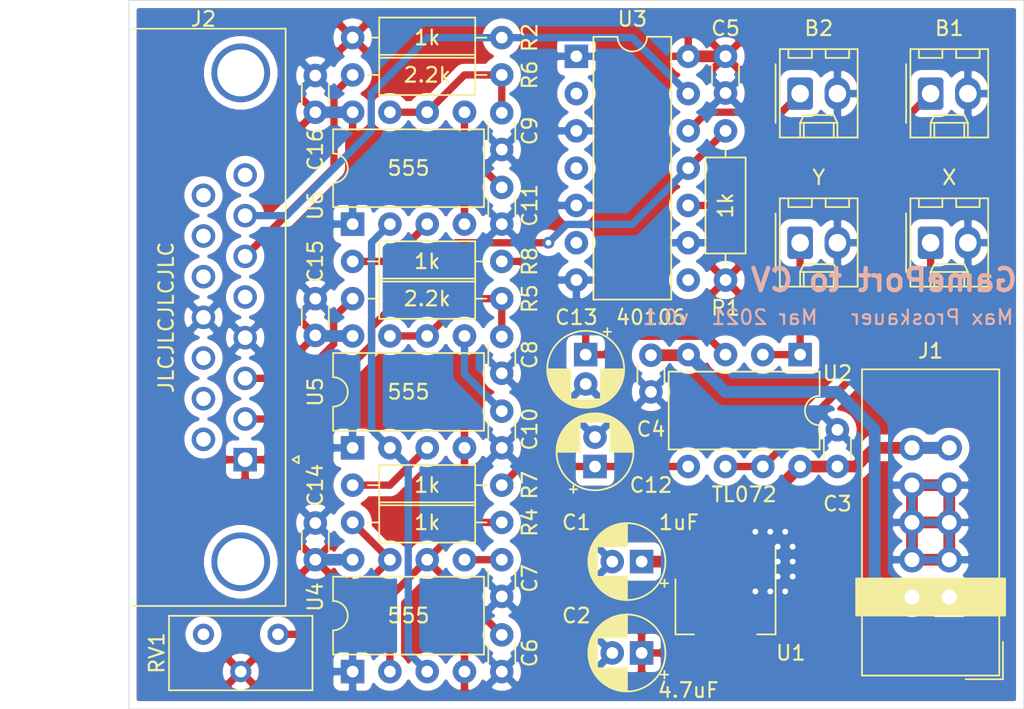
<source format=kicad_pcb>
(kicad_pcb (version 20171130) (host pcbnew "(5.1.4)-1")
  (title_block (title "GamePort to CV Module") (date 2021-03-19) (rev 0.1) (company "Max Proskauer"))
  (layers (0 F.Cu signal) (31 B.Cu signal) (34 B.Paste user) (35 F.Paste user) (36 B.SilkS user) (37 F.SilkS user) (38 B.Mask user) (39 F.Mask user) (44 Edge.Cuts user))
  (net 0 "")
  (net 1 GND)
  (net 2 +12V)
  (net 3 +5V)
  (net 4 -12V)
  (net 5 "Net-(J2-Pad15)")
  (net 6 "Net-(J2-Pad14)")
  (net 7 "Net-(J2-Pad11)")
  (net 8 "Net-(J2-Pad10)")
  (net 9 "Net-(J2-Pad9)")
  (net 10 "Net-(J2-Pad8)")
  (net 11 /~B2)
  (net 12 /Y)
  (net 13 "Net-(J2-Pad5)")
  (net 14 /X)
  (net 15 /~B1)
  (net 16 "Net-(J4-PadT)")
  (net 17 "Net-(J3-PadT)")
  (net 18 "Net-(U3-Pad6)")
  (net 19 "Net-(J6-PadT)")
  (net 20 "Net-(J5-PadT)")
  (net 21 "Net-(U3-Pad8)")
  (net 22 "Net-(C6-Pad1)")
  (net 23 "Net-(C7-Pad1)")
  (net 24 "Net-(C8-Pad1)")
  (net 25 "Net-(C9-Pad1)")
  (net 26 "Net-(C10-Pad1)")
  (net 27 "Net-(C11-Pad1)")
  (net 28 "Net-(C12-Pad1)")
  (net 29 "Net-(C13-Pad1)")
  (net 30 "Net-(J2-Pad13)")
  (net 31 "Net-(R7-Pad2)")
  (net 32 "Net-(R8-Pad2)")
  (net 33 /CLK)
  (net 34 "Net-(R4-Pad1)")
  (net 35 "Net-(RV1-Pad3)")
  (net 36 "Net-(U3-Pad2)")
  (net 37 "Net-(U3-Pad4)")
  (module Connector_Dsub:DSUB-15_Female_Horizontal_P2.77x2.84mm_EdgePinOffset4.94mm_Housed_MountingHolesOffset7.48mm (layer F.Cu) (at 114.6 92.245 270)
    (fp_text reference J2 (at -30.015 2.84 180) (layer F.SilkS))
    (fp_text value DB15_Female)
    (pad 0 thru_hole circle (at 6.955 0.3 270) (size 4 4) (drill 3.200001) (layers *.Cu *.Mask))
    (pad 0 thru_hole circle (at -26.345 0.3 270) (size 4 4) (drill 3.200001) (layers *.Cu *.Mask))
    (pad 15 thru_hole circle (at -18.005 2.84 270) (size 1.6 1.6) (drill 1) (layers *.Cu *.Mask) (net 5 "Net-(J2-Pad15)"))
    (pad 14 thru_hole circle (at -15.235 2.84 270) (size 1.6 1.6) (drill 1) (layers *.Cu *.Mask) (net 6 "Net-(J2-Pad14)"))
    (pad 13 thru_hole circle (at -12.465 2.84 270) (size 1.6 1.6) (drill 1) (layers *.Cu *.Mask) (net 30 "Net-(J2-Pad13)"))
    (pad 12 thru_hole circle (at -9.695 2.84 270) (size 1.6 1.6) (drill 1) (layers *.Cu *.Mask) (net 1 GND))
    (pad 11 thru_hole circle (at -6.925 2.84 270) (size 1.6 1.6) (drill 1) (layers *.Cu *.Mask) (net 7 "Net-(J2-Pad11)"))
    (pad 10 thru_hole circle (at -4.155 2.84 270) (size 1.6 1.6) (drill 1) (layers *.Cu *.Mask) (net 8 "Net-(J2-Pad10)"))
    (pad 9 thru_hole circle (at -1.385 2.84 270) (size 1.6 1.6) (drill 1) (layers *.Cu *.Mask) (net 9 "Net-(J2-Pad9)"))
    (pad 8 thru_hole circle (at -19.39 0 270) (size 1.6 1.6) (drill 1) (layers *.Cu *.Mask) (net 10 "Net-(J2-Pad8)"))
    (pad 7 thru_hole circle (at -16.62 0 270) (size 1.6 1.6) (drill 1) (layers *.Cu *.Mask) (net 11 /~B2))
    (pad 6 thru_hole circle (at -13.85 0 270) (size 1.6 1.6) (drill 1) (layers *.Cu *.Mask) (net 12 /Y))
    (pad 5 thru_hole circle (at -11.08 0 270) (size 1.6 1.6) (drill 1) (layers *.Cu *.Mask) (net 13 "Net-(J2-Pad5)"))
    (pad 4 thru_hole circle (at -8.31 0 270) (size 1.6 1.6) (drill 1) (layers *.Cu *.Mask) (net 1 GND))
    (pad 3 thru_hole circle (at -5.54 0 270) (size 1.6 1.6) (drill 1) (layers *.Cu *.Mask) (net 14 /X))
    (pad 2 thru_hole circle (at -2.77 0 270) (size 1.6 1.6) (drill 1) (layers *.Cu *.Mask) (net 15 /~B1))
    (pad 1 thru_hole rect (at 0 0 270) (size 1.6 1.6) (drill 1) (layers *.Cu *.Mask) (net 3 +5V))
  )
  (module Potentiometer_THT:Potentiometer_Bourns_3296Y_Vertical (layer F.Cu) (at 116.84 104.14)
    (fp_text reference RV1 (at -8.255 1.27 270) (layer F.SilkS))
    (fp_text value 200k)
    (pad 3 thru_hole circle (at -5.08 0) (size 1.44 1.44) (drill 0.8) (layers *.Cu *.Mask) (net 35 "Net-(RV1-Pad3)"))
    (pad 2 thru_hole circle (at -2.54 2.54) (size 1.44 1.44) (drill 0.8) (layers *.Cu *.Mask) (net 3 +5V))
    (pad 1 thru_hole circle (at 0 0) (size 1.44 1.44) (drill 0.8) (layers *.Cu *.Mask) (net 34 "Net-(R4-Pad1)"))
  )
  (module Capacitor_THT:C_Disc_D3.0mm_W1.6mm_P2.50mm (layer F.Cu) (at 119.38 66.08 270)
    (fp_text reference C16 (at 5.04 0 270) (layer F.SilkS))
    (fp_text value 0.1uF)
    (pad 2 thru_hole circle (at 2.5 0 270) (size 1.6 1.6) (drill 0.8) (layers *.Cu *.Mask) (net 3 +5V))
    (pad 1 thru_hole circle (at 0 0 270) (size 1.6 1.6) (drill 0.8) (layers *.Cu *.Mask) (net 1 GND))
  )
  (module Capacitor_THT:C_Disc_D3.0mm_W1.6mm_P2.50mm (layer F.Cu) (at 119.38 81.28 270)
    (fp_text reference C15 (at -2.54 0 90) (layer F.SilkS))
    (fp_text value 0.1uF)
    (pad 2 thru_hole circle (at 2.5 0 270) (size 1.6 1.6) (drill 0.8) (layers *.Cu *.Mask) (net 3 +5V))
    (pad 1 thru_hole circle (at 0 0 270) (size 1.6 1.6) (drill 0.8) (layers *.Cu *.Mask) (net 1 GND))
  )
  (module Capacitor_THT:C_Disc_D3.0mm_W1.6mm_P2.50mm (layer F.Cu) (at 119.38 96.56 270)
    (fp_text reference C14 (at -2.58 0 90) (layer F.SilkS))
    (fp_text value 0.1uF)
    (pad 2 thru_hole circle (at 2.5 0 270) (size 1.6 1.6) (drill 0.8) (layers *.Cu *.Mask) (net 3 +5V))
    (pad 1 thru_hole circle (at 0 0 270) (size 1.6 1.6) (drill 0.8) (layers *.Cu *.Mask) (net 1 GND))
  )
  (module Connector_IDC:IDC-Header_2x05_P2.54mm_Vertical (layer F.Cu) (at 162.56 101.6 180)
    (fp_text reference J1 (at 1.27 16.764) (layer F.SilkS))
    (fp_text value Conn_01x10)
    (pad 10 thru_hole oval (at 2.54 10.16 180) (size 1.7272 1.7272) (drill 1.016) (layers *.Cu *.Mask) (net 2 +12V))
    (pad 9 thru_hole oval (at 0 10.16 180) (size 1.7272 1.7272) (drill 1.016) (layers *.Cu *.Mask) (net 2 +12V))
    (pad 8 thru_hole oval (at 2.54 7.62 180) (size 1.7272 1.7272) (drill 1.016) (layers *.Cu *.Mask) (net 1 GND))
    (pad 7 thru_hole oval (at 0 7.62 180) (size 1.7272 1.7272) (drill 1.016) (layers *.Cu *.Mask) (net 1 GND))
    (pad 6 thru_hole oval (at 2.54 5.08 180) (size 1.7272 1.7272) (drill 1.016) (layers *.Cu *.Mask) (net 1 GND))
    (pad 5 thru_hole oval (at 0 5.08 180) (size 1.7272 1.7272) (drill 1.016) (layers *.Cu *.Mask) (net 1 GND))
    (pad 4 thru_hole oval (at 2.54 2.54 180) (size 1.7272 1.7272) (drill 1.016) (layers *.Cu *.Mask) (net 1 GND))
    (pad 3 thru_hole oval (at 0 2.54 180) (size 1.7272 1.7272) (drill 1.016) (layers *.Cu *.Mask) (net 1 GND))
    (pad 2 thru_hole oval (at 2.54 0 180) (size 1.7272 1.7272) (drill 1.016) (layers *.Cu *.Mask) (net 4 -12V))
    (pad 1 thru_hole rect (at 0 0 180) (size 1.7272 1.7272) (drill 1.016) (layers *.Cu *.Mask) (net 4 -12V))
  )
  (module Package_DIP:DIP-8_W7.62mm (layer F.Cu) (at 121.92 76.2 90)
    (fp_text reference U6 (at 1.27 -2.54 270) (layer F.SilkS))
    (fp_text value 555 (at 3.81 3.81 180) (layer F.SilkS))
    (pad 8 thru_hole oval (at 7.62 0 90) (size 1.6 1.6) (drill 0.8) (layers *.Cu *.Mask) (net 3 +5V))
    (pad 4 thru_hole oval (at 0 7.62 90) (size 1.6 1.6) (drill 0.8) (layers *.Cu *.Mask) (net 3 +5V))
    (pad 7 thru_hole oval (at 7.62 2.54 90) (size 1.6 1.6) (drill 0.8) (layers *.Cu *.Mask) (net 25 "Net-(C9-Pad1)"))
    (pad 3 thru_hole oval (at 0 5.08 90) (size 1.6 1.6) (drill 0.8) (layers *.Cu *.Mask) (net 32 "Net-(R8-Pad2)"))
    (pad 6 thru_hole oval (at 7.62 5.08 90) (size 1.6 1.6) (drill 0.8) (layers *.Cu *.Mask) (net 25 "Net-(C9-Pad1)"))
    (pad 2 thru_hole oval (at 0 2.54 90) (size 1.6 1.6) (drill 0.8) (layers *.Cu *.Mask) (net 33 /CLK))
    (pad 5 thru_hole oval (at 7.62 7.62 90) (size 1.6 1.6) (drill 0.8) (layers *.Cu *.Mask) (net 27 "Net-(C11-Pad1)"))
    (pad 1 thru_hole rect (at 0 0 90) (size 1.6 1.6) (drill 0.8) (layers *.Cu *.Mask) (net 1 GND))
  )
  (module Package_DIP:DIP-8_W7.62mm (layer F.Cu) (at 121.92 91.44 90)
    (fp_text reference U5 (at 3.81 -2.54 270) (layer F.SilkS))
    (fp_text value 555 (at 3.81 3.81 180) (layer F.SilkS))
    (pad 8 thru_hole oval (at 7.62 0 90) (size 1.6 1.6) (drill 0.8) (layers *.Cu *.Mask) (net 3 +5V))
    (pad 4 thru_hole oval (at 0 7.62 90) (size 1.6 1.6) (drill 0.8) (layers *.Cu *.Mask) (net 3 +5V))
    (pad 7 thru_hole oval (at 7.62 2.54 90) (size 1.6 1.6) (drill 0.8) (layers *.Cu *.Mask) (net 24 "Net-(C8-Pad1)"))
    (pad 3 thru_hole oval (at 0 5.08 90) (size 1.6 1.6) (drill 0.8) (layers *.Cu *.Mask) (net 31 "Net-(R7-Pad2)"))
    (pad 6 thru_hole oval (at 7.62 5.08 90) (size 1.6 1.6) (drill 0.8) (layers *.Cu *.Mask) (net 24 "Net-(C8-Pad1)"))
    (pad 2 thru_hole oval (at 0 2.54 90) (size 1.6 1.6) (drill 0.8) (layers *.Cu *.Mask) (net 33 /CLK))
    (pad 5 thru_hole oval (at 7.62 7.62 90) (size 1.6 1.6) (drill 0.8) (layers *.Cu *.Mask) (net 26 "Net-(C10-Pad1)"))
    (pad 1 thru_hole rect (at 0 0 90) (size 1.6 1.6) (drill 0.8) (layers *.Cu *.Mask) (net 1 GND))
  )
  (module Package_DIP:DIP-8_W7.62mm (layer F.Cu) (at 121.92 106.68 90)
    (fp_text reference U4 (at 5.08 -2.54 270) (layer F.SilkS))
    (fp_text value 555 (at 3.81 3.81 180) (layer F.SilkS))
    (pad 8 thru_hole oval (at 7.62 0 90) (size 1.6 1.6) (drill 0.8) (layers *.Cu *.Mask) (net 3 +5V))
    (pad 4 thru_hole oval (at 0 7.62 90) (size 1.6 1.6) (drill 0.8) (layers *.Cu *.Mask) (net 3 +5V))
    (pad 7 thru_hole oval (at 7.62 2.54 90) (size 1.6 1.6) (drill 0.8) (layers *.Cu *.Mask) (net 34 "Net-(R4-Pad1)"))
    (pad 3 thru_hole oval (at 0 5.08 90) (size 1.6 1.6) (drill 0.8) (layers *.Cu *.Mask) (net 33 /CLK))
    (pad 6 thru_hole oval (at 7.62 5.08 90) (size 1.6 1.6) (drill 0.8) (layers *.Cu *.Mask) (net 22 "Net-(C6-Pad1)"))
    (pad 2 thru_hole oval (at 0 2.54 90) (size 1.6 1.6) (drill 0.8) (layers *.Cu *.Mask) (net 22 "Net-(C6-Pad1)"))
    (pad 5 thru_hole oval (at 7.62 7.62 90) (size 1.6 1.6) (drill 0.8) (layers *.Cu *.Mask) (net 23 "Net-(C7-Pad1)"))
    (pad 1 thru_hole rect (at 0 0 90) (size 1.6 1.6) (drill 0.8) (layers *.Cu *.Mask) (net 1 GND))
  )
  (module Resistor_THT:R_Axial_DIN0207_L6.3mm_D2.5mm_P10.16mm_Horizontal (layer F.Cu) (at 132.08 78.74 180)
    (fp_text reference R8 (at -1.905 0 90) (layer F.SilkS))
    (fp_text value 1k (at 5.08 0) (layer F.SilkS))
    (pad 2 thru_hole oval (at 10.16 0 180) (size 1.6 1.6) (drill 0.8) (layers *.Cu *.Mask) (net 32 "Net-(R8-Pad2)"))
    (pad 1 thru_hole circle (at 0 0 180) (size 1.6 1.6) (drill 0.8) (layers *.Cu *.Mask) (net 29 "Net-(C13-Pad1)"))
  )
  (module Resistor_THT:R_Axial_DIN0207_L6.3mm_D2.5mm_P10.16mm_Horizontal (layer F.Cu) (at 132.08 93.98 180)
    (fp_text reference R7 (at -1.905 0 90) (layer F.SilkS))
    (fp_text value 1k (at 5.08 0) (layer F.SilkS))
    (pad 2 thru_hole oval (at 10.16 0 180) (size 1.6 1.6) (drill 0.8) (layers *.Cu *.Mask) (net 31 "Net-(R7-Pad2)"))
    (pad 1 thru_hole circle (at 0 0 180) (size 1.6 1.6) (drill 0.8) (layers *.Cu *.Mask) (net 28 "Net-(C12-Pad1)"))
  )
  (module Resistor_THT:R_Axial_DIN0207_L6.3mm_D2.5mm_P10.16mm_Horizontal (layer F.Cu) (at 121.92 66.04)
    (fp_text reference R6 (at 12.065 0 90) (layer F.SilkS))
    (fp_text value 2.2k (at 5.08 0) (layer F.SilkS))
    (pad 2 thru_hole oval (at 10.16 0) (size 1.6 1.6) (drill 0.8) (layers *.Cu *.Mask) (net 25 "Net-(C9-Pad1)"))
    (pad 1 thru_hole circle (at 0 0) (size 1.6 1.6) (drill 0.8) (layers *.Cu *.Mask) (net 12 /Y))
  )
  (module Resistor_THT:R_Axial_DIN0207_L6.3mm_D2.5mm_P10.16mm_Horizontal (layer F.Cu) (at 121.92 81.28)
    (fp_text reference R5 (at 12.065 0 90) (layer F.SilkS))
    (fp_text value 2.2k (at 5.08 0) (layer F.SilkS))
    (pad 2 thru_hole oval (at 10.16 0) (size 1.6 1.6) (drill 0.8) (layers *.Cu *.Mask) (net 24 "Net-(C8-Pad1)"))
    (pad 1 thru_hole circle (at 0 0) (size 1.6 1.6) (drill 0.8) (layers *.Cu *.Mask) (net 14 /X))
  )
  (module Resistor_THT:R_Axial_DIN0207_L6.3mm_D2.5mm_P10.16mm_Horizontal (layer F.Cu) (at 121.92 96.52)
    (fp_text reference R4 (at 12.065 0 90) (layer F.SilkS))
    (fp_text value 1k (at 5.08 0) (layer F.SilkS))
    (pad 2 thru_hole oval (at 10.16 0) (size 1.6 1.6) (drill 0.8) (layers *.Cu *.Mask) (net 22 "Net-(C6-Pad1)"))
    (pad 1 thru_hole circle (at 0 0) (size 1.6 1.6) (drill 0.8) (layers *.Cu *.Mask) (net 34 "Net-(R4-Pad1)"))
  )
  (module Resistor_THT:R_Axial_DIN0207_L6.3mm_D2.5mm_P10.16mm_Horizontal (layer F.Cu) (at 121.92 63.5)
    (fp_text reference R2 (at 12.065 0 90) (layer F.SilkS))
    (fp_text value 1k (at 5.08 0) (layer F.SilkS))
    (pad 2 thru_hole oval (at 10.16 0) (size 1.6 1.6) (drill 0.8) (layers *.Cu *.Mask) (net 11 /~B2))
    (pad 1 thru_hole circle (at 0 0) (size 1.6 1.6) (drill 0.8) (layers *.Cu *.Mask) (net 3 +5V))
  )
  (module Resistor_THT:R_Axial_DIN0207_L6.3mm_D2.5mm_P10.16mm_Horizontal (layer F.Cu) (at 147.32 80.01 90)
    (fp_text reference R1 (at -1.905 0 180) (layer F.SilkS))
    (fp_text value 1k (at 5.08 0 90) (layer F.SilkS))
    (pad 2 thru_hole oval (at 10.16 0 90) (size 1.6 1.6) (drill 0.8) (layers *.Cu *.Mask) (net 15 /~B1))
    (pad 1 thru_hole circle (at 0 0 90) (size 1.6 1.6) (drill 0.8) (layers *.Cu *.Mask) (net 3 +5V))
  )
  (module Capacitor_THT:CP_Radial_D5.0mm_P2.00mm (layer F.Cu) (at 137.795 85.09 270)
    (fp_text reference C13 (at -2.54 0.635) (layer F.SilkS))
    (fp_text value 10uF)
    (pad 2 thru_hole circle (at 2 0 270) (size 1.6 1.6) (drill 0.8) (layers *.Cu *.Mask) (net 1 GND))
    (pad 1 thru_hole rect (at 0 0 270) (size 1.6 1.6) (drill 0.8) (layers *.Cu *.Mask) (net 29 "Net-(C13-Pad1)"))
  )
  (module Capacitor_THT:CP_Radial_D5.0mm_P2.00mm (layer F.Cu) (at 138.43 92.71 90)
    (fp_text reference C12 (at -1.27 3.81 180) (layer F.SilkS))
    (fp_text value 10uF)
    (pad 2 thru_hole circle (at 2 0 90) (size 1.6 1.6) (drill 0.8) (layers *.Cu *.Mask) (net 1 GND))
    (pad 1 thru_hole rect (at 0 0 90) (size 1.6 1.6) (drill 0.8) (layers *.Cu *.Mask) (net 28 "Net-(C12-Pad1)"))
  )
  (module Capacitor_THT:C_Disc_D3.0mm_W1.6mm_P2.50mm (layer F.Cu) (at 132.08 73.7 270)
    (fp_text reference C11 (at 1.23 -1.905 90) (layer F.SilkS))
    (fp_text value 10nF)
    (pad 2 thru_hole circle (at 2.5 0 270) (size 1.6 1.6) (drill 0.8) (layers *.Cu *.Mask) (net 1 GND))
    (pad 1 thru_hole circle (at 0 0 270) (size 1.6 1.6) (drill 0.8) (layers *.Cu *.Mask) (net 27 "Net-(C11-Pad1)"))
  )
  (module Capacitor_THT:C_Disc_D3.0mm_W1.6mm_P2.50mm (layer F.Cu) (at 132.08 88.94 270)
    (fp_text reference C10 (at 1.23 -1.905 90) (layer F.SilkS))
    (fp_text value 10nF)
    (pad 2 thru_hole circle (at 2.5 0 270) (size 1.6 1.6) (drill 0.8) (layers *.Cu *.Mask) (net 1 GND))
    (pad 1 thru_hole circle (at 0 0 270) (size 1.6 1.6) (drill 0.8) (layers *.Cu *.Mask) (net 26 "Net-(C10-Pad1)"))
  )
  (module Capacitor_THT:C_Disc_D3.0mm_W1.6mm_P2.50mm (layer F.Cu) (at 132.08 68.62 270)
    (fp_text reference C9 (at 1.23 -1.905 90) (layer F.SilkS))
    (fp_text value 10nF)
    (pad 2 thru_hole circle (at 2.5 0 270) (size 1.6 1.6) (drill 0.8) (layers *.Cu *.Mask) (net 1 GND))
    (pad 1 thru_hole circle (at 0 0 270) (size 1.6 1.6) (drill 0.8) (layers *.Cu *.Mask) (net 25 "Net-(C9-Pad1)"))
  )
  (module Capacitor_THT:C_Disc_D3.0mm_W1.6mm_P2.50mm (layer F.Cu) (at 132.08 83.86 270)
    (fp_text reference C8 (at 1.23 -1.905 90) (layer F.SilkS))
    (fp_text value 10nF)
    (pad 2 thru_hole circle (at 2.5 0 270) (size 1.6 1.6) (drill 0.8) (layers *.Cu *.Mask) (net 1 GND))
    (pad 1 thru_hole circle (at 0 0 270) (size 1.6 1.6) (drill 0.8) (layers *.Cu *.Mask) (net 24 "Net-(C8-Pad1)"))
  )
  (module Capacitor_THT:C_Disc_D3.0mm_W1.6mm_P2.50mm (layer F.Cu) (at 132.08 99.06 270)
    (fp_text reference C7 (at 1.27 -1.905 90) (layer F.SilkS))
    (fp_text value 10nF)
    (pad 2 thru_hole circle (at 2.5 0 270) (size 1.6 1.6) (drill 0.8) (layers *.Cu *.Mask) (net 1 GND))
    (pad 1 thru_hole circle (at 0 0 270) (size 1.6 1.6) (drill 0.8) (layers *.Cu *.Mask) (net 23 "Net-(C7-Pad1)"))
  )
  (module Capacitor_THT:C_Disc_D3.0mm_W1.6mm_P2.50mm (layer F.Cu) (at 132.08 104.18 270)
    (fp_text reference C6 (at 1.23 -1.905 90) (layer F.SilkS))
    (fp_text value 10nF)
    (pad 2 thru_hole circle (at 2.5 0 270) (size 1.6 1.6) (drill 0.8) (layers *.Cu *.Mask) (net 1 GND))
    (pad 1 thru_hole circle (at 0 0 270) (size 1.6 1.6) (drill 0.8) (layers *.Cu *.Mask) (net 22 "Net-(C6-Pad1)"))
  )
  (module Capacitor_THT:CP_Radial_D5.0mm_P2.00mm (layer F.Cu) (at 141.605 105.41 180)
    (fp_text reference C2 (at 4.445 2.54) (layer F.SilkS))
    (fp_text value 4.7uF (at -3.175 -2.54) (layer F.SilkS))
    (pad 2 thru_hole circle (at 2 0 180) (size 1.6 1.6) (drill 0.8) (layers *.Cu *.Mask) (net 1 GND))
    (pad 1 thru_hole rect (at 0 0 180) (size 1.6 1.6) (drill 0.8) (layers *.Cu *.Mask) (net 3 +5V))
  )
  (module Capacitor_THT:CP_Radial_D5.0mm_P2.00mm (layer F.Cu) (at 141.605 99.187 180)
    (fp_text reference C1 (at 4.445 2.667) (layer F.SilkS))
    (fp_text value 1uF (at -2.54 2.667) (layer F.SilkS))
    (pad 2 thru_hole circle (at 2 0 180) (size 1.6 1.6) (drill 0.8) (layers *.Cu *.Mask) (net 1 GND))
    (pad 1 thru_hole rect (at 0 0 180) (size 1.6 1.6) (drill 0.8) (layers *.Cu *.Mask) (net 2 +12V))
  )
  (module Package_DIP:DIP-14_W7.62mm (layer F.Cu) (at 137.16 64.77)
    (fp_text reference U3 (at 3.81 -2.54) (layer F.SilkS))
    (fp_text value 40106 (at 5.08 17.78) (layer F.SilkS))
    (pad 14 thru_hole oval (at 7.62 0) (size 1.6 1.6) (drill 0.8) (layers *.Cu *.Mask) (net 3 +5V))
    (pad 7 thru_hole oval (at 0 15.24) (size 1.6 1.6) (drill 0.8) (layers *.Cu *.Mask) (net 1 GND))
    (pad 13 thru_hole oval (at 7.62 2.54) (size 1.6 1.6) (drill 0.8) (layers *.Cu *.Mask) (net 11 /~B2))
    (pad 6 thru_hole oval (at 0 12.7) (size 1.6 1.6) (drill 0.8) (layers *.Cu *.Mask) (net 18 "Net-(U3-Pad6)"))
    (pad 12 thru_hole oval (at 7.62 5.08) (size 1.6 1.6) (drill 0.8) (layers *.Cu *.Mask) (net 19 "Net-(J6-PadT)"))
    (pad 5 thru_hole oval (at 0 10.16) (size 1.6 1.6) (drill 0.8) (layers *.Cu *.Mask) (net 1 GND))
    (pad 11 thru_hole oval (at 7.62 7.62) (size 1.6 1.6) (drill 0.8) (layers *.Cu *.Mask) (net 15 /~B1))
    (pad 4 thru_hole oval (at 0 7.62) (size 1.6 1.6) (drill 0.8) (layers *.Cu *.Mask) (net 37 "Net-(U3-Pad4)"))
    (pad 10 thru_hole oval (at 7.62 10.16) (size 1.6 1.6) (drill 0.8) (layers *.Cu *.Mask) (net 20 "Net-(J5-PadT)"))
    (pad 3 thru_hole oval (at 0 5.08) (size 1.6 1.6) (drill 0.8) (layers *.Cu *.Mask) (net 1 GND))
    (pad 9 thru_hole oval (at 7.62 12.7) (size 1.6 1.6) (drill 0.8) (layers *.Cu *.Mask) (net 1 GND))
    (pad 2 thru_hole oval (at 0 2.54) (size 1.6 1.6) (drill 0.8) (layers *.Cu *.Mask) (net 36 "Net-(U3-Pad2)"))
    (pad 8 thru_hole oval (at 7.62 15.24) (size 1.6 1.6) (drill 0.8) (layers *.Cu *.Mask) (net 21 "Net-(U3-Pad8)"))
    (pad 1 thru_hole rect (at 0 0) (size 1.6 1.6) (drill 0.8) (layers *.Cu *.Mask) (net 1 GND))
  )
  (module Package_DIP:DIP-8_W7.62mm (layer F.Cu) (at 152.4 85.09 270)
    (fp_text reference U2 (at 1.27 -2.54) (layer F.SilkS))
    (fp_text value TL072 (at 9.525 3.81) (layer F.SilkS))
    (pad 8 thru_hole oval (at 7.62 0 270) (size 1.6 1.6) (drill 0.8) (layers *.Cu *.Mask) (net 2 +12V))
    (pad 4 thru_hole oval (at 0 7.62 270) (size 1.6 1.6) (drill 0.8) (layers *.Cu *.Mask) (net 4 -12V))
    (pad 7 thru_hole oval (at 7.62 2.54 270) (size 1.6 1.6) (drill 0.8) (layers *.Cu *.Mask) (net 17 "Net-(J3-PadT)"))
    (pad 3 thru_hole oval (at 0 5.08 270) (size 1.6 1.6) (drill 0.8) (layers *.Cu *.Mask) (net 29 "Net-(C13-Pad1)"))
    (pad 6 thru_hole oval (at 7.62 5.08 270) (size 1.6 1.6) (drill 0.8) (layers *.Cu *.Mask) (net 17 "Net-(J3-PadT)"))
    (pad 2 thru_hole oval (at 0 2.54 270) (size 1.6 1.6) (drill 0.8) (layers *.Cu *.Mask) (net 16 "Net-(J4-PadT)"))
    (pad 5 thru_hole oval (at 7.62 7.62 270) (size 1.6 1.6) (drill 0.8) (layers *.Cu *.Mask) (net 28 "Net-(C12-Pad1)"))
    (pad 1 thru_hole rect (at 0 0 270) (size 1.6 1.6) (drill 0.8) (layers *.Cu *.Mask) (net 16 "Net-(J4-PadT)"))
  )
  (module Package_TO_SOT_SMD:SOT-223-3_TabPin2 (layer F.Cu) (at 147.32 102.235 270)
    (fp_text reference U1 (at 3.175 -4.445 180) (layer F.SilkS))
    (fp_text value LDL1117S50R)
    (pad 1 smd rect (at -3.15 -2.3 270) (size 2 1.5) (layers F.Cu F.Paste F.Mask) (net 1 GND))
    (pad 3 smd rect (at -3.15 2.3 270) (size 2 1.5) (layers F.Cu F.Paste F.Mask) (net 2 +12V))
    (pad 2 smd rect (at -3.15 0 270) (size 2 1.5) (layers F.Cu F.Paste F.Mask) (net 3 +5V))
    (pad 2 smd rect (at 3.15 0 270) (size 2 3.8) (layers F.Cu F.Paste F.Mask) (net 3 +5V))
  )
  (module Connector_Molex:Molex_KK-254_AE-6410-02A_1x02_P2.54mm_Vertical (layer F.Cu) (at 152.4 67.31)
    (fp_text reference J6 hide)
    (fp_text value B2 (at 1.27 -4.445) (layer F.SilkS))
    (pad T thru_hole roundrect (at 0 0) (size 1.74 2.2) (drill 1.2) (layers *.Cu *.Mask) (roundrect_rratio 0.144) (net 19 "Net-(J6-PadT)"))
    (pad S thru_hole oval (at 2.54 0) (size 1.74 2.2) (drill 1.2) (layers *.Cu *.Mask) (net 1 GND))
  )
  (module Connector_Molex:Molex_KK-254_AE-6410-02A_1x02_P2.54mm_Vertical (layer F.Cu) (at 161.29 67.31)
    (fp_text reference J5 hide)
    (fp_text value B1 (at 1.27 -4.445) (layer F.SilkS))
    (pad T thru_hole roundrect (at 0 0) (size 1.74 2.2) (drill 1.2) (layers *.Cu *.Mask) (roundrect_rratio 0.144) (net 20 "Net-(J5-PadT)"))
    (pad S thru_hole oval (at 2.54 0) (size 1.74 2.2) (drill 1.2) (layers *.Cu *.Mask) (net 1 GND))
  )
  (module Connector_Molex:Molex_KK-254_AE-6410-02A_1x02_P2.54mm_Vertical (layer F.Cu) (at 152.4 77.47)
    (fp_text reference J4 hide)
    (fp_text value Y (at 1.27 -4.445) (layer F.SilkS))
    (pad T thru_hole roundrect (at 0 0) (size 1.74 2.2) (drill 1.2) (layers *.Cu *.Mask) (roundrect_rratio 0.144) (net 16 "Net-(J4-PadT)"))
    (pad S thru_hole oval (at 2.54 0) (size 1.74 2.2) (drill 1.2) (layers *.Cu *.Mask) (net 1 GND))
  )
  (module Connector_Molex:Molex_KK-254_AE-6410-02A_1x02_P2.54mm_Vertical (layer F.Cu) (at 161.29 77.47)
    (fp_text reference J3 hide)
    (fp_text value X (at 1.27 -4.445) (layer F.SilkS))
    (pad T thru_hole roundrect (at 0 0) (size 1.74 2.2) (drill 1.2) (layers *.Cu *.Mask) (roundrect_rratio 0.144) (net 17 "Net-(J3-PadT)"))
    (pad S thru_hole oval (at 2.54 0) (size 1.74 2.2) (drill 1.2) (layers *.Cu *.Mask) (net 1 GND))
  )
  (module Capacitor_THT:C_Disc_D3.0mm_W1.6mm_P2.50mm (layer F.Cu) (at 147.32 64.77 270)
    (fp_text reference C5 (at -1.905 0) (layer F.SilkS))
    (fp_text value 0.1uF)
    (pad 2 thru_hole circle (at 2.5 0 270) (size 1.6 1.6) (drill 0.8) (layers *.Cu *.Mask) (net 1 GND))
    (pad 1 thru_hole circle (at 0 0 270) (size 1.6 1.6) (drill 0.8) (layers *.Cu *.Mask) (net 3 +5V))
  )
  (module Capacitor_THT:C_Disc_D3.0mm_W1.6mm_P2.50mm (layer F.Cu) (at 142.24 87.63 90)
    (fp_text reference C4 (at -2.54 0 180) (layer F.SilkS))
    (fp_text value 0.1uF)
    (pad 2 thru_hole circle (at 2.5 0 90) (size 1.6 1.6) (drill 0.8) (layers *.Cu *.Mask) (net 4 -12V))
    (pad 1 thru_hole circle (at 0 0 90) (size 1.6 1.6) (drill 0.8) (layers *.Cu *.Mask) (net 1 GND))
  )
  (module Capacitor_THT:C_Disc_D3.0mm_W1.6mm_P2.50mm (layer F.Cu) (at 154.94 92.71 90)
    (fp_text reference C3 (at -2.54 0 180) (layer F.SilkS))
    (fp_text value 0.1uF)
    (pad 2 thru_hole circle (at 2.5 0 90) (size 1.6 1.6) (drill 0.8) (layers *.Cu *.Mask) (net 1 GND))
    (pad 1 thru_hole circle (at 0 0 90) (size 1.6 1.6) (drill 0.8) (layers *.Cu *.Mask) (net 2 +12V))
  )
  (gr_text JLCJLCJLCJLC (at 109.22 82.55 90) (layer F.SilkS) (effects (font (size 1 1))))
  (gr_text "GamePort to CV" (at 158.115 80.01) (layer B.SilkS) (effects (font (size 1.5 1.5) (thickness 0.3)) (justify mirror)))
  (gr_text "Max Proskauer   Mar 2021  v0.1" (at 154.305 82.55) (layer B.SilkS) (effects (font (size 1 1)) (justify mirror)))
  (gr_poly (pts (xy 148.844 101.727) (xy 152.4 101.727) (xy 152.4 96.647) (xy 148.844 96.647)) (layer F.Cu) (width 0.1))
  (gr_poly (pts (xy 156.21 102.87) (xy 156.21 100.33) (xy 166.37 100.33) (xy 166.37 102.87)) (layer F.SilkS) (width 0.1))
  (gr_line (start 167.64 60.96) (end 106.68 60.96) (layer Edge.Cuts) (width 0.05))
  (gr_line (start 167.64 109.22) (end 167.64 60.96) (layer Edge.Cuts) (width 0.05))
  (gr_line (start 106.68 109.22) (end 167.64 109.22) (layer Edge.Cuts) (width 0.05))
  (gr_line (start 106.68 60.96) (end 106.68 109.22) (layer Edge.Cuts) (width 0.05))
  (segment (start 162.56 91.44) (end 160.02 91.44) (width 0.8) (layer B.Cu) (net 2))
  (segment (start 162.56 101.6) (end 160.02 101.6) (width 0.8) (layer F.Cu) (net 4))
  (via (at 150.368 97.155) (size 0.8) (drill 0.4) (layers F.Cu B.Cu) (net 1))
  (via (at 150.368 101.219) (size 0.8) (drill 0.4) (layers F.Cu B.Cu) (net 1))
  (via (at 149.352 101.219) (size 0.8) (drill 0.4) (layers F.Cu B.Cu) (net 1))
  (via (at 150.876 98.171) (size 0.8) (drill 0.4) (layers F.Cu B.Cu) (net 1))
  (via (at 150.876 99.187) (size 0.8) (drill 0.4) (layers F.Cu B.Cu) (net 1))
  (via (at 151.384 101.219) (size 0.8) (drill 0.4) (layers F.Cu B.Cu) (net 1))
  (segment (start 151.282 99.085) (end 151.384 99.187) (width 0.8) (layer F.Cu) (net 1))
  (segment (start 149.62 99.085) (end 151.282 99.085) (width 0.8) (layer F.Cu) (net 1))
  (via (at 150.876 100.203) (size 0.8) (drill 0.4) (layers F.Cu B.Cu) (net 1))
  (via (at 149.352 97.155) (size 0.8) (drill 0.4) (layers F.Cu B.Cu) (net 1))
  (via (at 151.384 97.155) (size 0.8) (drill 0.4) (layers F.Cu B.Cu) (net 1))
  (via (at 151.892 100.203) (size 0.8) (drill 0.4) (layers F.Cu B.Cu) (net 1))
  (via (at 151.892 98.171) (size 0.8) (drill 0.4) (layers F.Cu B.Cu) (net 1))
  (segment (start 151.384 99.187) (end 151.384 99.187) (width 0.8) (layer F.Cu) (net 1))
  (via (at 151.892 99.187) (size 0.8) (drill 0.4) (layers F.Cu B.Cu) (net 1))
  (segment (start 160.02 93.98) (end 162.56 93.98) (width 0.8) (layer F.Cu) (net 1))
  (segment (start 162.56 93.98) (end 162.56 96.52) (width 0.8) (layer F.Cu) (net 1))
  (segment (start 162.56 96.52) (end 162.56 99.06) (width 0.8) (layer F.Cu) (net 1))
  (segment (start 162.56 99.06) (end 160.02 99.06) (width 0.8) (layer F.Cu) (net 1))
  (segment (start 160.02 99.06) (end 160.02 96.52) (width 0.8) (layer F.Cu) (net 1))
  (segment (start 160.02 96.52) (end 160.02 93.98) (width 0.8) (layer F.Cu) (net 1))
  (segment (start 160.02 96.52) (end 162.56 96.52) (width 0.8) (layer F.Cu) (net 1))
  (segment (start 144.918 99.187) (end 145.02 99.085) (width 0.8) (layer F.Cu) (net 2))
  (segment (start 141.605 99.187) (end 144.918 99.187) (width 0.8) (layer F.Cu) (net 2))
  (segment (start 162.56 91.44) (end 160.02 91.44) (width 0.8) (layer F.Cu) (net 2))
  (segment (start 152.4 92.71) (end 149.86 95.25) (width 0.8) (layer F.Cu) (net 2))
  (segment (start 145.02 97.285) (end 145.02 99.085) (width 0.8) (layer F.Cu) (net 2))
  (segment (start 147.055 95.25) (end 145.02 97.285) (width 0.8) (layer F.Cu) (net 2))
  (segment (start 149.86 95.25) (end 147.055 95.25) (width 0.8) (layer F.Cu) (net 2))
  (segment (start 153.53137 92.71) (end 152.4 92.71) (width 0.8) (layer F.Cu) (net 2))
  (segment (start 154.94 92.71) (end 153.53137 92.71) (width 0.8) (layer F.Cu) (net 2))
  (segment (start 154.94 92.71) (end 156.21 92.71) (width 0.8) (layer F.Cu) (net 2))
  (segment (start 156.21 92.71) (end 157.48 91.44) (width 0.8) (layer F.Cu) (net 2))
  (segment (start 162.56 91.44) (end 157.48 91.44) (width 0.8) (layer F.Cu) (net 2))
  (segment (start 147.32 105.385) (end 147.32 106.807) (width 0.8) (layer F.Cu) (net 3))
  (segment (start 147.32 105.385) (end 144.882 105.385) (width 0.8) (layer F.Cu) (net 3))
  (segment (start 147.32 105.385) (end 149.758 105.385) (width 0.8) (layer F.Cu) (net 3))
  (segment (start 147.32 99.085) (end 147.32 105.385) (width 0.8) (layer F.Cu) (net 3))
  (segment (start 147.32 99.085) (end 147.32 97.663) (width 0.8) (layer F.Cu) (net 3))
  (segment (start 119.38 99.06) (end 121.92 99.06) (width 0.8) (layer B.Cu) (net 3))
  (segment (start 119.38 83.82) (end 121.92 83.82) (width 0.8) (layer B.Cu) (net 3))
  (segment (start 119.38 68.58) (end 121.92 68.58) (width 0.8) (layer B.Cu) (net 3))
  (segment (start 147.32 64.77) (end 144.78 64.77) (width 0.8) (layer F.Cu) (net 3))
  (segment (start 144.74 85.13) (end 144.78 85.09) (width 0.8) (layer F.Cu) (net 4))
  (segment (start 142.24 85.13) (end 144.74 85.13) (width 0.8) (layer F.Cu) (net 4))
  (segment (start 147.32 87.63) (end 144.78 85.09) (width 0.8) (layer B.Cu) (net 4))
  (segment (start 154.94 87.63) (end 147.32 87.63) (width 0.8) (layer B.Cu) (net 4))
  (segment (start 157.48 90.17) (end 154.94 87.63) (width 0.8) (layer B.Cu) (net 4))
  (segment (start 157.48 100.33) (end 157.48 90.17) (width 0.8) (layer B.Cu) (net 4))
  (segment (start 160.02 101.6) (end 158.75 101.6) (width 0.8) (layer B.Cu) (net 4))
  (segment (start 158.75 101.6) (end 157.48 100.33) (width 0.8) (layer B.Cu) (net 4))
  (segment (start 162.56 101.6) (end 160.02 101.6) (width 0.8) (layer B.Cu) (net 4))
  (segment (start 130.94863 63.5) (end 132.08 63.5) (width 0.5) (layer B.Cu) (net 11))
  (segment (start 127 63.5) (end 130.94863 63.5) (width 0.5) (layer B.Cu) (net 11))
  (segment (start 123.19 67.31) (end 127 63.5) (width 0.5) (layer B.Cu) (net 11))
  (segment (start 123.19 69.85) (end 123.19 67.31) (width 0.5) (layer B.Cu) (net 11))
  (segment (start 114.6 75.625) (end 117.415 75.625) (width 0.5) (layer B.Cu) (net 11))
  (segment (start 117.415 75.625) (end 123.19 69.85) (width 0.5) (layer B.Cu) (net 11))
  (segment (start 140.97 63.5) (end 132.08 63.5) (width 0.5) (layer B.Cu) (net 11))
  (segment (start 144.78 67.31) (end 140.97 63.5) (width 0.5) (layer B.Cu) (net 11))
  (segment (start 115.399999 77.595001) (end 114.6 78.395) (width 0.5) (layer F.Cu) (net 12))
  (segment (start 120.65 72.345) (end 115.399999 77.595001) (width 0.5) (layer F.Cu) (net 12))
  (segment (start 120.65 67.31) (end 120.65 72.345) (width 0.5) (layer F.Cu) (net 12))
  (segment (start 121.92 66.04) (end 120.65 67.31) (width 0.5) (layer F.Cu) (net 12))
  (segment (start 115.73137 86.705) (end 114.6 86.705) (width 0.5) (layer F.Cu) (net 14))
  (segment (start 118.305002 86.705) (end 115.73137 86.705) (width 0.5) (layer F.Cu) (net 14))
  (segment (start 120.630001 84.380001) (end 118.305002 86.705) (width 0.5) (layer F.Cu) (net 14))
  (segment (start 120.630001 82.569999) (end 120.630001 84.380001) (width 0.5) (layer F.Cu) (net 14))
  (segment (start 121.92 81.28) (end 120.630001 82.569999) (width 0.5) (layer F.Cu) (net 14))
  (segment (start 147.32 69.85) (end 144.78 72.39) (width 0.5) (layer F.Cu) (net 15))
  (via (at 135.255 77.47) (size 0.8) (drill 0.4) (layers F.Cu B.Cu) (net 15))
  (segment (start 128.959998 77.47) (end 135.255 77.47) (width 0.5) (layer F.Cu) (net 15))
  (segment (start 123.209999 83.219999) (end 128.959998 77.47) (width 0.5) (layer F.Cu) (net 15))
  (segment (start 123.209999 84.420001) (end 123.209999 83.219999) (width 0.5) (layer F.Cu) (net 15))
  (segment (start 114.6 89.475) (end 118.155 89.475) (width 0.5) (layer F.Cu) (net 15))
  (segment (start 118.155 89.475) (end 123.209999 84.420001) (width 0.5) (layer F.Cu) (net 15))
  (segment (start 143.980001 73.189999) (end 144.78 72.39) (width 0.5) (layer B.Cu) (net 15))
  (segment (start 140.950001 76.219999) (end 143.980001 73.189999) (width 0.5) (layer B.Cu) (net 15))
  (segment (start 136.505001 76.219999) (end 140.950001 76.219999) (width 0.5) (layer B.Cu) (net 15))
  (segment (start 135.255 77.47) (end 136.505001 76.219999) (width 0.5) (layer B.Cu) (net 15))
  (segment (start 149.86 85.09) (end 152.4 85.09) (width 0.5) (layer F.Cu) (net 16))
  (segment (start 152.4 85.09) (end 152.4 77.47) (width 0.5) (layer F.Cu) (net 16))
  (segment (start 147.32 92.71) (end 149.86 92.71) (width 0.5) (layer F.Cu) (net 17))
  (segment (start 161.29 81.28) (end 161.29 77.47) (width 0.5) (layer F.Cu) (net 17))
  (segment (start 149.86 92.71) (end 161.29 81.28) (width 0.5) (layer F.Cu) (net 17))
  (segment (start 151.460254 68.249746) (end 152.4 67.31) (width 0.5) (layer F.Cu) (net 19))
  (segment (start 151.13 68.58) (end 151.460254 68.249746) (width 0.5) (layer F.Cu) (net 19))
  (segment (start 146.05 68.58) (end 151.13 68.58) (width 0.5) (layer F.Cu) (net 19))
  (segment (start 144.78 69.85) (end 146.05 68.58) (width 0.5) (layer F.Cu) (net 19))
  (segment (start 153.67 74.93) (end 161.29 67.31) (width 0.5) (layer F.Cu) (net 20))
  (segment (start 144.78 74.93) (end 153.67 74.93) (width 0.5) (layer F.Cu) (net 20))
  (segment (start 129.54 96.52) (end 127 99.06) (width 0.5) (layer F.Cu) (net 22))
  (segment (start 132.08 96.52) (end 129.54 96.52) (width 0.5) (layer F.Cu) (net 22))
  (segment (start 127 99.1) (end 127 99.06) (width 0.5) (layer F.Cu) (net 22))
  (segment (start 132.08 104.18) (end 127 99.1) (width 0.5) (layer F.Cu) (net 22))
  (segment (start 124.46 101.6) (end 127 99.06) (width 0.5) (layer F.Cu) (net 22))
  (segment (start 124.46 106.68) (end 124.46 101.6) (width 0.5) (layer F.Cu) (net 22))
  (segment (start 132.08 99.06) (end 129.54 99.06) (width 0.5) (layer F.Cu) (net 23))
  (segment (start 132.08 81.28) (end 132.08 83.86) (width 0.5) (layer F.Cu) (net 24))
  (segment (start 129.54 81.28) (end 127 83.82) (width 0.5) (layer F.Cu) (net 24))
  (segment (start 132.08 81.28) (end 129.54 81.28) (width 0.5) (layer F.Cu) (net 24))
  (segment (start 127 83.82) (end 124.46 83.82) (width 0.5) (layer F.Cu) (net 24))
  (segment (start 132.08 68.62) (end 132.08 66.04) (width 0.5) (layer F.Cu) (net 25))
  (segment (start 129.54 66.04) (end 127 68.58) (width 0.5) (layer F.Cu) (net 25))
  (segment (start 132.08 66.04) (end 129.54 66.04) (width 0.5) (layer F.Cu) (net 25))
  (segment (start 127 68.58) (end 124.46 68.58) (width 0.5) (layer F.Cu) (net 25))
  (segment (start 129.54 86.4) (end 132.08 88.94) (width 0.5) (layer B.Cu) (net 26))
  (segment (start 129.54 83.82) (end 129.54 86.4) (width 0.5) (layer B.Cu) (net 26))
  (segment (start 129.54 71.16) (end 129.54 68.58) (width 0.5) (layer F.Cu) (net 27))
  (segment (start 132.08 73.7) (end 129.54 71.16) (width 0.5) (layer F.Cu) (net 27))
  (segment (start 133.35 92.71) (end 132.08 93.98) (width 0.5) (layer F.Cu) (net 28))
  (segment (start 139.7 92.71) (end 133.35 92.71) (width 0.5) (layer F.Cu) (net 28))
  (segment (start 144.78 92.71) (end 139.7 92.71) (width 0.5) (layer F.Cu) (net 28))
  (segment (start 132.08 78.74) (end 133.35 78.74) (width 0.5) (layer F.Cu) (net 29))
  (segment (start 137.795 83.185) (end 137.795 85.09) (width 0.5) (layer F.Cu) (net 29))
  (segment (start 133.35 78.74) (end 137.795 83.185) (width 0.5) (layer F.Cu) (net 29))
  (segment (start 139.095 85.09) (end 137.795 85.09) (width 0.5) (layer F.Cu) (net 29))
  (segment (start 140.345001 83.839999) (end 139.095 85.09) (width 0.5) (layer F.Cu) (net 29))
  (segment (start 146.069999 83.839999) (end 140.345001 83.839999) (width 0.5) (layer F.Cu) (net 29))
  (segment (start 147.32 85.09) (end 146.069999 83.839999) (width 0.5) (layer F.Cu) (net 29))
  (segment (start 124.46 93.98) (end 121.92 93.98) (width 0.5) (layer F.Cu) (net 31))
  (segment (start 127 91.44) (end 124.46 93.98) (width 0.5) (layer F.Cu) (net 31))
  (segment (start 124.46 78.74) (end 121.92 78.74) (width 0.5) (layer F.Cu) (net 32))
  (segment (start 127 76.2) (end 124.46 78.74) (width 0.5) (layer F.Cu) (net 32))
  (segment (start 125.259999 92.239999) (end 124.46 91.44) (width 0.5) (layer B.Cu) (net 33))
  (segment (start 125.710001 92.690001) (end 125.259999 92.239999) (width 0.5) (layer B.Cu) (net 33))
  (segment (start 125.710001 105.390001) (end 125.710001 92.690001) (width 0.5) (layer B.Cu) (net 33))
  (segment (start 127 106.68) (end 125.710001 105.390001) (width 0.5) (layer B.Cu) (net 33))
  (segment (start 123.660001 90.640001) (end 124.46 91.44) (width 0.5) (layer B.Cu) (net 33))
  (segment (start 123.209999 90.189999) (end 123.660001 90.640001) (width 0.5) (layer B.Cu) (net 33))
  (segment (start 123.209999 77.450001) (end 123.209999 90.189999) (width 0.5) (layer B.Cu) (net 33))
  (segment (start 124.46 76.2) (end 123.209999 77.450001) (width 0.5) (layer B.Cu) (net 33))
  (segment (start 124.46 99.06) (end 121.92 96.52) (width 0.5) (layer F.Cu) (net 34))
  (segment (start 119.38 104.14) (end 116.84 104.14) (width 0.5) (layer F.Cu) (net 34))
  (segment (start 124.46 99.06) (end 119.38 104.14) (width 0.5) (layer F.Cu) (net 34))
  (zone (net 3) (net_name +5V) (layer F.Cu) (connect_pads (clearance 0.508)) (min_thickness 0.254) (fill yes (arc_segments 32) (thermal_gap 0.508) (thermal_bridge_width 0.508))
    (polygon (pts (xy 106.68 60.96) (xy 167.64 60.96) (xy 167.64 109.22) (xy 106.68 109.22)))
  )
  (zone (net 1) (net_name GND) (layer B.Cu) (connect_pads (clearance 0.508)) (min_thickness 0.254) (fill yes (arc_segments 32) (thermal_gap 0.508) (thermal_bridge_width 0.508))
    (polygon (pts (xy 106.68 60.96) (xy 167.64 60.96) (xy 167.64 109.22) (xy 106.68 109.22)))
  )
)
</source>
